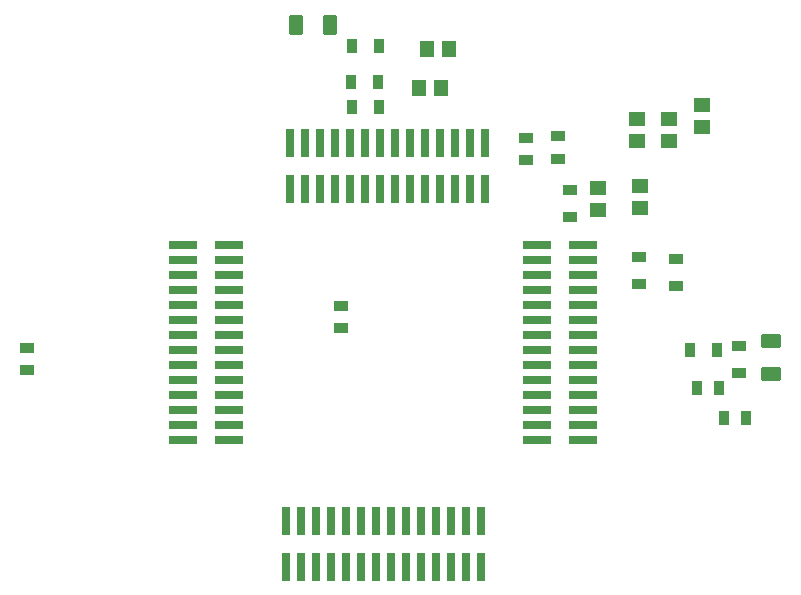
<source format=gbp>
G04*
G04 #@! TF.GenerationSoftware,Altium Limited,Altium Designer,24.3.1 (35)*
G04*
G04 Layer_Color=128*
%FSLAX44Y44*%
%MOMM*%
G71*
G04*
G04 #@! TF.SameCoordinates,A09364C8-3F5A-4848-A1E5-A5872CA7DBD6*
G04*
G04*
G04 #@! TF.FilePolarity,Positive*
G04*
G01*
G75*
%ADD20R,1.3000X0.9000*%
%ADD21R,1.3500X1.1500*%
%ADD29R,0.9000X1.3000*%
%ADD43R,1.1500X1.3500*%
%ADD95R,0.7500X2.4000*%
G04:AMPARAMS|DCode=96|XSize=1.75mm|YSize=1.25mm|CornerRadius=0.3125mm|HoleSize=0mm|Usage=FLASHONLY|Rotation=270.000|XOffset=0mm|YOffset=0mm|HoleType=Round|Shape=RoundedRectangle|*
%AMROUNDEDRECTD96*
21,1,1.7500,0.6250,0,0,270.0*
21,1,1.1250,1.2500,0,0,270.0*
1,1,0.6250,-0.3125,-0.5625*
1,1,0.6250,-0.3125,0.5625*
1,1,0.6250,0.3125,0.5625*
1,1,0.6250,0.3125,-0.5625*
%
%ADD96ROUNDEDRECTD96*%
G04:AMPARAMS|DCode=97|XSize=1.75mm|YSize=1.25mm|CornerRadius=0.3125mm|HoleSize=0mm|Usage=FLASHONLY|Rotation=0.000|XOffset=0mm|YOffset=0mm|HoleType=Round|Shape=RoundedRectangle|*
%AMROUNDEDRECTD97*
21,1,1.7500,0.6250,0,0,0.0*
21,1,1.1250,1.2500,0,0,0.0*
1,1,0.6250,0.5625,-0.3125*
1,1,0.6250,-0.5625,-0.3125*
1,1,0.6250,-0.5625,0.3125*
1,1,0.6250,0.5625,0.3125*
%
%ADD97ROUNDEDRECTD97*%
%ADD98R,2.4000X0.7500*%
D20*
X314000Y262500D02*
D03*
Y281500D02*
D03*
X508000Y379800D02*
D03*
Y356800D02*
D03*
X598170Y321380D02*
D03*
Y298380D02*
D03*
X566420Y322650D02*
D03*
Y299650D02*
D03*
X48260Y226720D02*
D03*
Y245720D02*
D03*
X497840Y424790D02*
D03*
Y405790D02*
D03*
X471170Y404520D02*
D03*
Y423520D02*
D03*
X651510Y224720D02*
D03*
Y247720D02*
D03*
D21*
X567690Y382990D02*
D03*
Y364490D02*
D03*
X591820Y421280D02*
D03*
Y439780D02*
D03*
X532130Y362860D02*
D03*
Y381360D02*
D03*
X619760Y432710D02*
D03*
Y451210D02*
D03*
X565150Y421280D02*
D03*
Y439780D02*
D03*
D29*
X323780Y449580D02*
D03*
X346780D02*
D03*
X345510Y471170D02*
D03*
X322510D02*
D03*
X346780Y501650D02*
D03*
X323780D02*
D03*
X632530Y243840D02*
D03*
X609530D02*
D03*
X657200Y186690D02*
D03*
X638200D02*
D03*
X634340Y212090D02*
D03*
X615340D02*
D03*
D43*
X380640Y466090D02*
D03*
X399140D02*
D03*
X386990Y499110D02*
D03*
X405490D02*
D03*
D95*
X432550Y60500D02*
D03*
X419850D02*
D03*
X407150D02*
D03*
X394450D02*
D03*
X381750D02*
D03*
X432550Y99500D02*
D03*
X419850D02*
D03*
X407150D02*
D03*
X394450D02*
D03*
X381750D02*
D03*
X369050Y60500D02*
D03*
X356350D02*
D03*
X369050Y99500D02*
D03*
X356350D02*
D03*
X343650Y60500D02*
D03*
Y99500D02*
D03*
X267450Y60500D02*
D03*
Y99500D02*
D03*
X280150D02*
D03*
Y60500D02*
D03*
X292850Y99500D02*
D03*
Y60500D02*
D03*
X305550Y99500D02*
D03*
Y60500D02*
D03*
X318250Y99500D02*
D03*
X330950D02*
D03*
X318250Y60500D02*
D03*
X330950D02*
D03*
X436242Y380500D02*
D03*
X423543D02*
D03*
X410843D02*
D03*
X398143D02*
D03*
X385443D02*
D03*
X436242Y419500D02*
D03*
X423543D02*
D03*
X410843D02*
D03*
X398143D02*
D03*
X385443D02*
D03*
X372743Y380500D02*
D03*
X360042D02*
D03*
X372743Y419500D02*
D03*
X360042D02*
D03*
X347342Y380500D02*
D03*
Y419500D02*
D03*
X271143Y380500D02*
D03*
Y419500D02*
D03*
X283843D02*
D03*
Y380500D02*
D03*
X296542Y419500D02*
D03*
Y380500D02*
D03*
X309242Y419500D02*
D03*
Y380500D02*
D03*
X321942Y419500D02*
D03*
X334642D02*
D03*
X321942Y380500D02*
D03*
X334642D02*
D03*
D96*
X276580Y519430D02*
D03*
X305080D02*
D03*
D97*
X678180Y251740D02*
D03*
Y223240D02*
D03*
D98*
X480500Y167450D02*
D03*
Y180150D02*
D03*
Y192850D02*
D03*
Y205550D02*
D03*
Y218250D02*
D03*
X519500Y167450D02*
D03*
Y180150D02*
D03*
Y192850D02*
D03*
Y205550D02*
D03*
Y218250D02*
D03*
X480500Y230950D02*
D03*
Y243650D02*
D03*
X519500Y230950D02*
D03*
Y243650D02*
D03*
X480500Y256350D02*
D03*
X519500D02*
D03*
X480500Y332550D02*
D03*
X519500D02*
D03*
Y319850D02*
D03*
X480500D02*
D03*
X519500Y307150D02*
D03*
X480500D02*
D03*
X519500Y294450D02*
D03*
X480500D02*
D03*
X519500Y281750D02*
D03*
Y269050D02*
D03*
X480500Y281750D02*
D03*
Y269050D02*
D03*
X219500Y332550D02*
D03*
Y319850D02*
D03*
Y307150D02*
D03*
Y294450D02*
D03*
Y281750D02*
D03*
X180500Y332550D02*
D03*
Y319850D02*
D03*
Y307150D02*
D03*
Y294450D02*
D03*
Y281750D02*
D03*
X219500Y269050D02*
D03*
Y256350D02*
D03*
X180500Y269050D02*
D03*
Y256350D02*
D03*
X219500Y243650D02*
D03*
X180500D02*
D03*
X219500Y167450D02*
D03*
X180500D02*
D03*
Y180150D02*
D03*
X219500D02*
D03*
X180500Y192850D02*
D03*
X219500D02*
D03*
X180500Y205550D02*
D03*
X219500D02*
D03*
X180500Y218250D02*
D03*
Y230950D02*
D03*
X219500Y218250D02*
D03*
Y230950D02*
D03*
M02*

</source>
